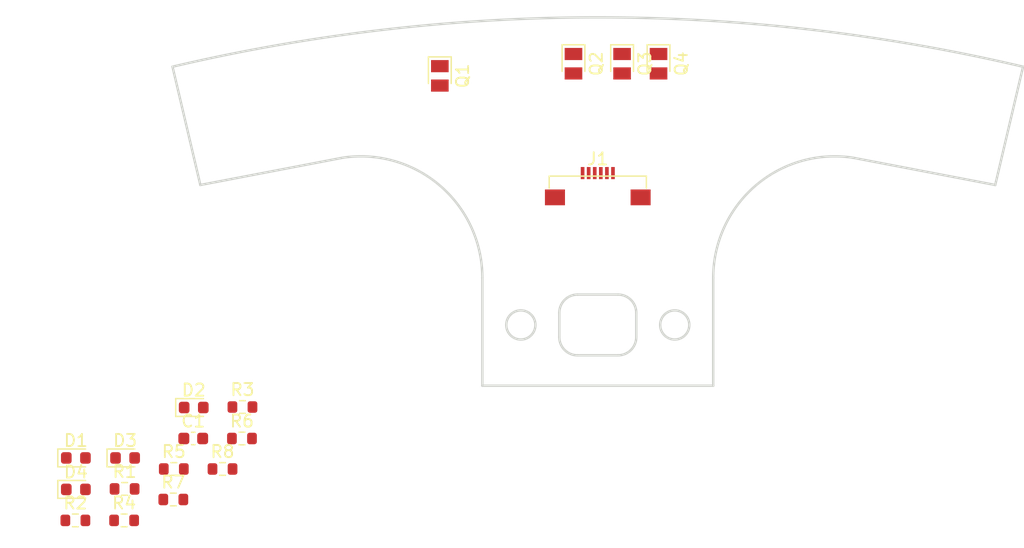
<source format=kicad_pcb>
(kicad_pcb (version 20171130) (host pcbnew "(5.1.10)-1")

  (general
    (thickness 1.6)
    (drawings 20)
    (tracks 0)
    (zones 0)
    (modules 18)
    (nets 11)
  )

  (page A4)
  (layers
    (0 F.Cu signal)
    (31 B.Cu signal)
    (32 B.Adhes user)
    (33 F.Adhes user)
    (34 B.Paste user)
    (35 F.Paste user)
    (36 B.SilkS user)
    (37 F.SilkS user)
    (38 B.Mask user)
    (39 F.Mask user)
    (40 Dwgs.User user)
    (41 Cmts.User user)
    (42 Eco1.User user)
    (43 Eco2.User user)
    (44 Edge.Cuts user)
    (45 Margin user)
    (46 B.CrtYd user)
    (47 F.CrtYd user)
    (48 B.Fab user)
    (49 F.Fab user)
  )

  (setup
    (last_trace_width 0.25)
    (trace_clearance 0.2)
    (zone_clearance 0.508)
    (zone_45_only no)
    (trace_min 0.2)
    (via_size 0.8)
    (via_drill 0.4)
    (via_min_size 0.4)
    (via_min_drill 0.3)
    (uvia_size 0.3)
    (uvia_drill 0.1)
    (uvias_allowed no)
    (uvia_min_size 0.2)
    (uvia_min_drill 0.1)
    (edge_width 0.05)
    (segment_width 0.2)
    (pcb_text_width 0.3)
    (pcb_text_size 1.5 1.5)
    (mod_edge_width 0.12)
    (mod_text_size 1 1)
    (mod_text_width 0.15)
    (pad_size 1.524 1.524)
    (pad_drill 0.762)
    (pad_to_mask_clearance 0)
    (aux_axis_origin 0 0)
    (visible_elements 7FFFFFFF)
    (pcbplotparams
      (layerselection 0x010fc_ffffffff)
      (usegerberextensions false)
      (usegerberattributes true)
      (usegerberadvancedattributes true)
      (creategerberjobfile true)
      (excludeedgelayer true)
      (linewidth 0.100000)
      (plotframeref false)
      (viasonmask false)
      (mode 1)
      (useauxorigin false)
      (hpglpennumber 1)
      (hpglpenspeed 20)
      (hpglpendiameter 15.000000)
      (psnegative false)
      (psa4output false)
      (plotreference true)
      (plotvalue true)
      (plotinvisibletext false)
      (padsonsilk false)
      (subtractmaskfromsilk false)
      (outputformat 1)
      (mirror false)
      (drillshape 1)
      (scaleselection 1)
      (outputdirectory ""))
  )

  (net 0 "")
  (net 1 +3V3)
  (net 2 GND)
  (net 3 "Net-(D1-Pad2)")
  (net 4 "Net-(D2-Pad2)")
  (net 5 "Net-(D3-Pad2)")
  (net 6 "Net-(D4-Pad2)")
  (net 7 "Net-(J1-Pad2)")
  (net 8 "Net-(J1-Pad3)")
  (net 9 "Net-(J1-Pad4)")
  (net 10 "Net-(J1-Pad5)")

  (net_class Default "This is the default net class."
    (clearance 0.2)
    (trace_width 0.25)
    (via_dia 0.8)
    (via_drill 0.4)
    (uvia_dia 0.3)
    (uvia_drill 0.1)
    (add_net +3V3)
    (add_net GND)
    (add_net "Net-(D1-Pad2)")
    (add_net "Net-(D2-Pad2)")
    (add_net "Net-(D3-Pad2)")
    (add_net "Net-(D4-Pad2)")
    (add_net "Net-(J1-Pad2)")
    (add_net "Net-(J1-Pad3)")
    (add_net "Net-(J1-Pad4)")
    (add_net "Net-(J1-Pad5)")
  )

  (module Capacitor_SMD:C_0603_1608Metric (layer F.Cu) (tedit 5F68FEEE) (tstamp 61F6FFF5)
    (at -33.294999 -118.154999)
    (descr "Capacitor SMD 0603 (1608 Metric), square (rectangular) end terminal, IPC_7351 nominal, (Body size source: IPC-SM-782 page 76, https://www.pcb-3d.com/wordpress/wp-content/uploads/ipc-sm-782a_amendment_1_and_2.pdf), generated with kicad-footprint-generator")
    (tags capacitor)
    (path /61F65727)
    (attr smd)
    (fp_text reference C1 (at 0 -1.43) (layer F.SilkS)
      (effects (font (size 1 1) (thickness 0.15)))
    )
    (fp_text value 0.1u (at 0 1.43) (layer F.Fab)
      (effects (font (size 1 1) (thickness 0.15)))
    )
    (fp_line (start -0.8 0.4) (end -0.8 -0.4) (layer F.Fab) (width 0.1))
    (fp_line (start -0.8 -0.4) (end 0.8 -0.4) (layer F.Fab) (width 0.1))
    (fp_line (start 0.8 -0.4) (end 0.8 0.4) (layer F.Fab) (width 0.1))
    (fp_line (start 0.8 0.4) (end -0.8 0.4) (layer F.Fab) (width 0.1))
    (fp_line (start -0.14058 -0.51) (end 0.14058 -0.51) (layer F.SilkS) (width 0.12))
    (fp_line (start -0.14058 0.51) (end 0.14058 0.51) (layer F.SilkS) (width 0.12))
    (fp_line (start -1.48 0.73) (end -1.48 -0.73) (layer F.CrtYd) (width 0.05))
    (fp_line (start -1.48 -0.73) (end 1.48 -0.73) (layer F.CrtYd) (width 0.05))
    (fp_line (start 1.48 -0.73) (end 1.48 0.73) (layer F.CrtYd) (width 0.05))
    (fp_line (start 1.48 0.73) (end -1.48 0.73) (layer F.CrtYd) (width 0.05))
    (fp_text user %R (at 0 0) (layer F.Fab)
      (effects (font (size 0.4 0.4) (thickness 0.06)))
    )
    (pad 1 smd roundrect (at -0.775 0) (size 0.9 0.95) (layers F.Cu F.Paste F.Mask) (roundrect_rratio 0.25)
      (net 1 +3V3))
    (pad 2 smd roundrect (at 0.775 0) (size 0.9 0.95) (layers F.Cu F.Paste F.Mask) (roundrect_rratio 0.25)
      (net 2 GND))
    (model ${KISYS3DMOD}/Capacitor_SMD.3dshapes/C_0603_1608Metric.wrl
      (at (xyz 0 0 0))
      (scale (xyz 1 1 1))
      (rotate (xyz 0 0 0))
    )
  )

  (module Diode_SMD:D_0603_1608Metric (layer F.Cu) (tedit 5F68FEF0) (tstamp 61F6FE41)
    (at -42.954999 -116.554999)
    (descr "Diode SMD 0603 (1608 Metric), square (rectangular) end terminal, IPC_7351 nominal, (Body size source: http://www.tortai-tech.com/upload/download/2011102023233369053.pdf), generated with kicad-footprint-generator")
    (tags diode)
    (path /61F65672)
    (attr smd)
    (fp_text reference D1 (at 0 -1.43) (layer F.SilkS)
      (effects (font (size 1 1) (thickness 0.15)))
    )
    (fp_text value SIR19-21C/TR8 (at 0 1.43) (layer F.Fab)
      (effects (font (size 1 1) (thickness 0.15)))
    )
    (fp_line (start 1.48 0.73) (end -1.48 0.73) (layer F.CrtYd) (width 0.05))
    (fp_line (start 1.48 -0.73) (end 1.48 0.73) (layer F.CrtYd) (width 0.05))
    (fp_line (start -1.48 -0.73) (end 1.48 -0.73) (layer F.CrtYd) (width 0.05))
    (fp_line (start -1.48 0.73) (end -1.48 -0.73) (layer F.CrtYd) (width 0.05))
    (fp_line (start -1.485 0.735) (end 0.8 0.735) (layer F.SilkS) (width 0.12))
    (fp_line (start -1.485 -0.735) (end -1.485 0.735) (layer F.SilkS) (width 0.12))
    (fp_line (start 0.8 -0.735) (end -1.485 -0.735) (layer F.SilkS) (width 0.12))
    (fp_line (start 0.8 0.4) (end 0.8 -0.4) (layer F.Fab) (width 0.1))
    (fp_line (start -0.8 0.4) (end 0.8 0.4) (layer F.Fab) (width 0.1))
    (fp_line (start -0.8 -0.1) (end -0.8 0.4) (layer F.Fab) (width 0.1))
    (fp_line (start -0.5 -0.4) (end -0.8 -0.1) (layer F.Fab) (width 0.1))
    (fp_line (start 0.8 -0.4) (end -0.5 -0.4) (layer F.Fab) (width 0.1))
    (fp_text user %R (at 0 0) (layer F.Fab)
      (effects (font (size 0.4 0.4) (thickness 0.06)))
    )
    (pad 2 smd roundrect (at 0.7875 0) (size 0.875 0.95) (layers F.Cu F.Paste F.Mask) (roundrect_rratio 0.25)
      (net 3 "Net-(D1-Pad2)"))
    (pad 1 smd roundrect (at -0.7875 0) (size 0.875 0.95) (layers F.Cu F.Paste F.Mask) (roundrect_rratio 0.25)
      (net 2 GND))
    (model ${KISYS3DMOD}/Diode_SMD.3dshapes/D_0603_1608Metric.wrl
      (at (xyz 0 0 0))
      (scale (xyz 1 1 1))
      (rotate (xyz 0 0 0))
    )
  )

  (module Diode_SMD:D_0603_1608Metric (layer F.Cu) (tedit 5F68FEF0) (tstamp 61F6FE0B)
    (at -33.254999 -120.704999)
    (descr "Diode SMD 0603 (1608 Metric), square (rectangular) end terminal, IPC_7351 nominal, (Body size source: http://www.tortai-tech.com/upload/download/2011102023233369053.pdf), generated with kicad-footprint-generator")
    (tags diode)
    (path /61F6569A)
    (attr smd)
    (fp_text reference D2 (at 0 -1.43) (layer F.SilkS)
      (effects (font (size 1 1) (thickness 0.15)))
    )
    (fp_text value SIR19-21C/TR8 (at 0 1.43) (layer F.Fab)
      (effects (font (size 1 1) (thickness 0.15)))
    )
    (fp_line (start 0.8 -0.4) (end -0.5 -0.4) (layer F.Fab) (width 0.1))
    (fp_line (start -0.5 -0.4) (end -0.8 -0.1) (layer F.Fab) (width 0.1))
    (fp_line (start -0.8 -0.1) (end -0.8 0.4) (layer F.Fab) (width 0.1))
    (fp_line (start -0.8 0.4) (end 0.8 0.4) (layer F.Fab) (width 0.1))
    (fp_line (start 0.8 0.4) (end 0.8 -0.4) (layer F.Fab) (width 0.1))
    (fp_line (start 0.8 -0.735) (end -1.485 -0.735) (layer F.SilkS) (width 0.12))
    (fp_line (start -1.485 -0.735) (end -1.485 0.735) (layer F.SilkS) (width 0.12))
    (fp_line (start -1.485 0.735) (end 0.8 0.735) (layer F.SilkS) (width 0.12))
    (fp_line (start -1.48 0.73) (end -1.48 -0.73) (layer F.CrtYd) (width 0.05))
    (fp_line (start -1.48 -0.73) (end 1.48 -0.73) (layer F.CrtYd) (width 0.05))
    (fp_line (start 1.48 -0.73) (end 1.48 0.73) (layer F.CrtYd) (width 0.05))
    (fp_line (start 1.48 0.73) (end -1.48 0.73) (layer F.CrtYd) (width 0.05))
    (fp_text user %R (at 0 0) (layer F.Fab)
      (effects (font (size 0.4 0.4) (thickness 0.06)))
    )
    (pad 1 smd roundrect (at -0.7875 0) (size 0.875 0.95) (layers F.Cu F.Paste F.Mask) (roundrect_rratio 0.25)
      (net 2 GND))
    (pad 2 smd roundrect (at 0.7875 0) (size 0.875 0.95) (layers F.Cu F.Paste F.Mask) (roundrect_rratio 0.25)
      (net 4 "Net-(D2-Pad2)"))
    (model ${KISYS3DMOD}/Diode_SMD.3dshapes/D_0603_1608Metric.wrl
      (at (xyz 0 0 0))
      (scale (xyz 1 1 1))
      (rotate (xyz 0 0 0))
    )
  )

  (module Diode_SMD:D_0603_1608Metric (layer F.Cu) (tedit 5F68FEF0) (tstamp 61F70117)
    (at -38.904999 -116.554999)
    (descr "Diode SMD 0603 (1608 Metric), square (rectangular) end terminal, IPC_7351 nominal, (Body size source: http://www.tortai-tech.com/upload/download/2011102023233369053.pdf), generated with kicad-footprint-generator")
    (tags diode)
    (path /61F656C2)
    (attr smd)
    (fp_text reference D3 (at 0 -1.43) (layer F.SilkS)
      (effects (font (size 1 1) (thickness 0.15)))
    )
    (fp_text value SIR19-21C/TR8 (at 0 1.43) (layer F.Fab)
      (effects (font (size 1 1) (thickness 0.15)))
    )
    (fp_line (start 1.48 0.73) (end -1.48 0.73) (layer F.CrtYd) (width 0.05))
    (fp_line (start 1.48 -0.73) (end 1.48 0.73) (layer F.CrtYd) (width 0.05))
    (fp_line (start -1.48 -0.73) (end 1.48 -0.73) (layer F.CrtYd) (width 0.05))
    (fp_line (start -1.48 0.73) (end -1.48 -0.73) (layer F.CrtYd) (width 0.05))
    (fp_line (start -1.485 0.735) (end 0.8 0.735) (layer F.SilkS) (width 0.12))
    (fp_line (start -1.485 -0.735) (end -1.485 0.735) (layer F.SilkS) (width 0.12))
    (fp_line (start 0.8 -0.735) (end -1.485 -0.735) (layer F.SilkS) (width 0.12))
    (fp_line (start 0.8 0.4) (end 0.8 -0.4) (layer F.Fab) (width 0.1))
    (fp_line (start -0.8 0.4) (end 0.8 0.4) (layer F.Fab) (width 0.1))
    (fp_line (start -0.8 -0.1) (end -0.8 0.4) (layer F.Fab) (width 0.1))
    (fp_line (start -0.5 -0.4) (end -0.8 -0.1) (layer F.Fab) (width 0.1))
    (fp_line (start 0.8 -0.4) (end -0.5 -0.4) (layer F.Fab) (width 0.1))
    (fp_text user %R (at 0 0) (layer F.Fab)
      (effects (font (size 0.4 0.4) (thickness 0.06)))
    )
    (pad 2 smd roundrect (at 0.7875 0) (size 0.875 0.95) (layers F.Cu F.Paste F.Mask) (roundrect_rratio 0.25)
      (net 5 "Net-(D3-Pad2)"))
    (pad 1 smd roundrect (at -0.7875 0) (size 0.875 0.95) (layers F.Cu F.Paste F.Mask) (roundrect_rratio 0.25)
      (net 2 GND))
    (model ${KISYS3DMOD}/Diode_SMD.3dshapes/D_0603_1608Metric.wrl
      (at (xyz 0 0 0))
      (scale (xyz 1 1 1))
      (rotate (xyz 0 0 0))
    )
  )

  (module Diode_SMD:D_0603_1608Metric (layer F.Cu) (tedit 5F68FEF0) (tstamp 61F700E1)
    (at -42.954999 -113.964999)
    (descr "Diode SMD 0603 (1608 Metric), square (rectangular) end terminal, IPC_7351 nominal, (Body size source: http://www.tortai-tech.com/upload/download/2011102023233369053.pdf), generated with kicad-footprint-generator")
    (tags diode)
    (path /61F656EA)
    (attr smd)
    (fp_text reference D4 (at 0 -1.43) (layer F.SilkS)
      (effects (font (size 1 1) (thickness 0.15)))
    )
    (fp_text value SIR19-21C/TR8 (at 0 1.43) (layer F.Fab)
      (effects (font (size 1 1) (thickness 0.15)))
    )
    (fp_line (start 0.8 -0.4) (end -0.5 -0.4) (layer F.Fab) (width 0.1))
    (fp_line (start -0.5 -0.4) (end -0.8 -0.1) (layer F.Fab) (width 0.1))
    (fp_line (start -0.8 -0.1) (end -0.8 0.4) (layer F.Fab) (width 0.1))
    (fp_line (start -0.8 0.4) (end 0.8 0.4) (layer F.Fab) (width 0.1))
    (fp_line (start 0.8 0.4) (end 0.8 -0.4) (layer F.Fab) (width 0.1))
    (fp_line (start 0.8 -0.735) (end -1.485 -0.735) (layer F.SilkS) (width 0.12))
    (fp_line (start -1.485 -0.735) (end -1.485 0.735) (layer F.SilkS) (width 0.12))
    (fp_line (start -1.485 0.735) (end 0.8 0.735) (layer F.SilkS) (width 0.12))
    (fp_line (start -1.48 0.73) (end -1.48 -0.73) (layer F.CrtYd) (width 0.05))
    (fp_line (start -1.48 -0.73) (end 1.48 -0.73) (layer F.CrtYd) (width 0.05))
    (fp_line (start 1.48 -0.73) (end 1.48 0.73) (layer F.CrtYd) (width 0.05))
    (fp_line (start 1.48 0.73) (end -1.48 0.73) (layer F.CrtYd) (width 0.05))
    (fp_text user %R (at 0 0) (layer F.Fab)
      (effects (font (size 0.4 0.4) (thickness 0.06)))
    )
    (pad 1 smd roundrect (at -0.7875 0) (size 0.875 0.95) (layers F.Cu F.Paste F.Mask) (roundrect_rratio 0.25)
      (net 2 GND))
    (pad 2 smd roundrect (at 0.7875 0) (size 0.875 0.95) (layers F.Cu F.Paste F.Mask) (roundrect_rratio 0.25)
      (net 6 "Net-(D4-Pad2)"))
    (model ${KISYS3DMOD}/Diode_SMD.3dshapes/D_0603_1608Metric.wrl
      (at (xyz 0 0 0))
      (scale (xyz 1 1 1))
      (rotate (xyz 0 0 0))
    )
  )

  (module FFC:Molex_0545480671_01x06_P0.5mm (layer F.Cu) (tedit 61F598DA) (tstamp 61F70047)
    (at 0 -138)
    (path /61F6570C)
    (attr smd)
    (fp_text reference J1 (at 0 -3.16667) (layer F.SilkS)
      (effects (font (size 1 1) (thickness 0.15)))
    )
    (fp_text value FFC6 (at 0 1.583335) (layer F.Fab)
      (effects (font (size 1 1) (thickness 0.15)))
    )
    (fp_line (start 4 -0.75) (end 4 -1.75) (layer F.SilkS) (width 0.12))
    (fp_line (start 4 -1.75) (end -4 -1.75) (layer F.SilkS) (width 0.12))
    (fp_line (start -4 -1.75) (end -4 -0.75) (layer F.SilkS) (width 0.12))
    (pad MP smd rect (at -3.525 0) (size 1.65 1.3) (layers F.Cu F.Paste F.Mask))
    (pad MP smd rect (at 3.525 0) (size 1.65 1.3) (layers F.Cu F.Paste F.Mask))
    (pad 1 smd rect (at -1.25 -2 90) (size 1 0.3) (layers F.Cu F.Paste F.Mask)
      (net 2 GND))
    (pad 2 smd rect (at -0.75 -2 90) (size 1 0.3) (layers F.Cu F.Paste F.Mask)
      (net 7 "Net-(J1-Pad2)"))
    (pad 3 smd rect (at -0.25 -2 90) (size 1 0.3) (layers F.Cu F.Paste F.Mask)
      (net 8 "Net-(J1-Pad3)"))
    (pad 4 smd rect (at 0.25 -2 90) (size 1 0.3) (layers F.Cu F.Paste F.Mask)
      (net 9 "Net-(J1-Pad4)"))
    (pad 5 smd rect (at 0.75 -2 90) (size 1 0.3) (layers F.Cu F.Paste F.Mask)
      (net 10 "Net-(J1-Pad5)"))
    (pad 6 smd rect (at 1.25 -2 90) (size 1 0.3) (layers F.Cu F.Paste F.Mask)
      (net 1 +3V3))
  )

  (module TEMT7100X01:TEMT7100X01 (layer F.Cu) (tedit 61E142E7) (tstamp 61F70021)
    (at -13 -148 90)
    (path /61F6566C)
    (attr smd)
    (fp_text reference Q1 (at 0 1.875 90) (layer F.SilkS)
      (effects (font (size 1 1) (thickness 0.15)))
    )
    (fp_text value TEMT7100X01 (at 0 -1.875 90) (layer F.Fab)
      (effects (font (size 1 1) (thickness 0.15)))
    )
    (fp_line (start 0.82 -0.625) (end -0.82 -0.625) (layer F.CrtYd) (width 0.12))
    (fp_line (start 0.82 0.625) (end 0.82 -0.625) (layer F.CrtYd) (width 0.12))
    (fp_line (start -0.82 0.625) (end 0.82 0.625) (layer F.CrtYd) (width 0.12))
    (fp_line (start -0.82 -0.625) (end -0.82 0.625) (layer F.CrtYd) (width 0.12))
    (fp_line (start -0.625 -0.9375) (end 1.5625 -0.9375) (layer F.SilkS) (width 0.12))
    (fp_line (start 1.5625 -0.9375) (end 1.5625 0.9375) (layer F.SilkS) (width 0.12))
    (fp_line (start 1.5625 0.9375) (end -0.625 0.9375) (layer F.SilkS) (width 0.12))
    (pad 2 smd rect (at 0.8 0 90) (size 1 1.45) (layers F.Cu F.Paste F.Mask)
      (net 2 GND))
    (pad 1 smd rect (at -0.8 0 90) (size 1 1.45) (layers F.Cu F.Paste F.Mask)
      (net 7 "Net-(J1-Pad2)"))
    (model ${GITLOCAL}/module/packages3d/TEMT7100X01.3dshapes/TEMT7100X01.step
      (at (xyz 0 0 0))
      (scale (xyz 1 1 1))
      (rotate (xyz 0 0 0))
    )
  )

  (module TEMT7100X01:TEMT7100X01 (layer F.Cu) (tedit 61E142E7) (tstamp 61F700B7)
    (at -2 -149 90)
    (path /61F65694)
    (attr smd)
    (fp_text reference Q2 (at 0 1.875 90) (layer F.SilkS)
      (effects (font (size 1 1) (thickness 0.15)))
    )
    (fp_text value TEMT7100X01 (at 0 -1.875 90) (layer F.Fab)
      (effects (font (size 1 1) (thickness 0.15)))
    )
    (fp_line (start 1.5625 0.9375) (end -0.625 0.9375) (layer F.SilkS) (width 0.12))
    (fp_line (start 1.5625 -0.9375) (end 1.5625 0.9375) (layer F.SilkS) (width 0.12))
    (fp_line (start -0.625 -0.9375) (end 1.5625 -0.9375) (layer F.SilkS) (width 0.12))
    (fp_line (start -0.82 -0.625) (end -0.82 0.625) (layer F.CrtYd) (width 0.12))
    (fp_line (start -0.82 0.625) (end 0.82 0.625) (layer F.CrtYd) (width 0.12))
    (fp_line (start 0.82 0.625) (end 0.82 -0.625) (layer F.CrtYd) (width 0.12))
    (fp_line (start 0.82 -0.625) (end -0.82 -0.625) (layer F.CrtYd) (width 0.12))
    (pad 1 smd rect (at -0.8 0 90) (size 1 1.45) (layers F.Cu F.Paste F.Mask)
      (net 8 "Net-(J1-Pad3)"))
    (pad 2 smd rect (at 0.8 0 90) (size 1 1.45) (layers F.Cu F.Paste F.Mask)
      (net 2 GND))
    (model ${GITLOCAL}/module/packages3d/TEMT7100X01.3dshapes/TEMT7100X01.step
      (at (xyz 0 0 0))
      (scale (xyz 1 1 1))
      (rotate (xyz 0 0 0))
    )
  )

  (module TEMT7100X01:TEMT7100X01 (layer F.Cu) (tedit 61E142E7) (tstamp 61F70093)
    (at 2 -149 90)
    (path /61F656BC)
    (attr smd)
    (fp_text reference Q3 (at 0 1.875 90) (layer F.SilkS)
      (effects (font (size 1 1) (thickness 0.15)))
    )
    (fp_text value TEMT7100X01 (at 0 -1.875 90) (layer F.Fab)
      (effects (font (size 1 1) (thickness 0.15)))
    )
    (fp_line (start 0.82 -0.625) (end -0.82 -0.625) (layer F.CrtYd) (width 0.12))
    (fp_line (start 0.82 0.625) (end 0.82 -0.625) (layer F.CrtYd) (width 0.12))
    (fp_line (start -0.82 0.625) (end 0.82 0.625) (layer F.CrtYd) (width 0.12))
    (fp_line (start -0.82 -0.625) (end -0.82 0.625) (layer F.CrtYd) (width 0.12))
    (fp_line (start -0.625 -0.9375) (end 1.5625 -0.9375) (layer F.SilkS) (width 0.12))
    (fp_line (start 1.5625 -0.9375) (end 1.5625 0.9375) (layer F.SilkS) (width 0.12))
    (fp_line (start 1.5625 0.9375) (end -0.625 0.9375) (layer F.SilkS) (width 0.12))
    (pad 2 smd rect (at 0.8 0 90) (size 1 1.45) (layers F.Cu F.Paste F.Mask)
      (net 2 GND))
    (pad 1 smd rect (at -0.8 0 90) (size 1 1.45) (layers F.Cu F.Paste F.Mask)
      (net 9 "Net-(J1-Pad4)"))
    (model ${GITLOCAL}/module/packages3d/TEMT7100X01.3dshapes/TEMT7100X01.step
      (at (xyz 0 0 0))
      (scale (xyz 1 1 1))
      (rotate (xyz 0 0 0))
    )
  )

  (module TEMT7100X01:TEMT7100X01 (layer F.Cu) (tedit 61E142E7) (tstamp 61F7006F)
    (at 5 -149 90)
    (path /61F656E4)
    (attr smd)
    (fp_text reference Q4 (at 0 1.875 90) (layer F.SilkS)
      (effects (font (size 1 1) (thickness 0.15)))
    )
    (fp_text value TEMT7100X01 (at 0 -1.875 90) (layer F.Fab)
      (effects (font (size 1 1) (thickness 0.15)))
    )
    (fp_line (start 1.5625 0.9375) (end -0.625 0.9375) (layer F.SilkS) (width 0.12))
    (fp_line (start 1.5625 -0.9375) (end 1.5625 0.9375) (layer F.SilkS) (width 0.12))
    (fp_line (start -0.625 -0.9375) (end 1.5625 -0.9375) (layer F.SilkS) (width 0.12))
    (fp_line (start -0.82 -0.625) (end -0.82 0.625) (layer F.CrtYd) (width 0.12))
    (fp_line (start -0.82 0.625) (end 0.82 0.625) (layer F.CrtYd) (width 0.12))
    (fp_line (start 0.82 0.625) (end 0.82 -0.625) (layer F.CrtYd) (width 0.12))
    (fp_line (start 0.82 -0.625) (end -0.82 -0.625) (layer F.CrtYd) (width 0.12))
    (pad 1 smd rect (at -0.8 0 90) (size 1 1.45) (layers F.Cu F.Paste F.Mask)
      (net 10 "Net-(J1-Pad5)"))
    (pad 2 smd rect (at 0.8 0 90) (size 1 1.45) (layers F.Cu F.Paste F.Mask)
      (net 2 GND))
    (model ${GITLOCAL}/module/packages3d/TEMT7100X01.3dshapes/TEMT7100X01.step
      (at (xyz 0 0 0))
      (scale (xyz 1 1 1))
      (rotate (xyz 0 0 0))
    )
  )

  (module Resistor_SMD:R_0603_1608Metric (layer F.Cu) (tedit 5F68FEEE) (tstamp 61F6FF05)
    (at -38.944999 -114.004999)
    (descr "Resistor SMD 0603 (1608 Metric), square (rectangular) end terminal, IPC_7351 nominal, (Body size source: IPC-SM-782 page 72, https://www.pcb-3d.com/wordpress/wp-content/uploads/ipc-sm-782a_amendment_1_and_2.pdf), generated with kicad-footprint-generator")
    (tags resistor)
    (path /61F6573B)
    (attr smd)
    (fp_text reference R1 (at 0 -1.43) (layer F.SilkS)
      (effects (font (size 1 1) (thickness 0.15)))
    )
    (fp_text value 10k (at 0 1.43) (layer F.Fab)
      (effects (font (size 1 1) (thickness 0.15)))
    )
    (fp_line (start 1.48 0.73) (end -1.48 0.73) (layer F.CrtYd) (width 0.05))
    (fp_line (start 1.48 -0.73) (end 1.48 0.73) (layer F.CrtYd) (width 0.05))
    (fp_line (start -1.48 -0.73) (end 1.48 -0.73) (layer F.CrtYd) (width 0.05))
    (fp_line (start -1.48 0.73) (end -1.48 -0.73) (layer F.CrtYd) (width 0.05))
    (fp_line (start -0.237258 0.5225) (end 0.237258 0.5225) (layer F.SilkS) (width 0.12))
    (fp_line (start -0.237258 -0.5225) (end 0.237258 -0.5225) (layer F.SilkS) (width 0.12))
    (fp_line (start 0.8 0.4125) (end -0.8 0.4125) (layer F.Fab) (width 0.1))
    (fp_line (start 0.8 -0.4125) (end 0.8 0.4125) (layer F.Fab) (width 0.1))
    (fp_line (start -0.8 -0.4125) (end 0.8 -0.4125) (layer F.Fab) (width 0.1))
    (fp_line (start -0.8 0.4125) (end -0.8 -0.4125) (layer F.Fab) (width 0.1))
    (fp_text user %R (at 0 0) (layer F.Fab)
      (effects (font (size 0.4 0.4) (thickness 0.06)))
    )
    (pad 2 smd roundrect (at 0.825 0) (size 0.8 0.95) (layers F.Cu F.Paste F.Mask) (roundrect_rratio 0.25)
      (net 7 "Net-(J1-Pad2)"))
    (pad 1 smd roundrect (at -0.825 0) (size 0.8 0.95) (layers F.Cu F.Paste F.Mask) (roundrect_rratio 0.25)
      (net 1 +3V3))
    (model ${KISYS3DMOD}/Resistor_SMD.3dshapes/R_0603_1608Metric.wrl
      (at (xyz 0 0 0))
      (scale (xyz 1 1 1))
      (rotate (xyz 0 0 0))
    )
  )

  (module Resistor_SMD:R_0603_1608Metric (layer F.Cu) (tedit 5F68FEEE) (tstamp 61F6FED5)
    (at -42.994999 -111.414999)
    (descr "Resistor SMD 0603 (1608 Metric), square (rectangular) end terminal, IPC_7351 nominal, (Body size source: IPC-SM-782 page 72, https://www.pcb-3d.com/wordpress/wp-content/uploads/ipc-sm-782a_amendment_1_and_2.pdf), generated with kicad-footprint-generator")
    (tags resistor)
    (path /61F6574A)
    (attr smd)
    (fp_text reference R2 (at 0 -1.43) (layer F.SilkS)
      (effects (font (size 1 1) (thickness 0.15)))
    )
    (fp_text value 10k (at 0 1.43) (layer F.Fab)
      (effects (font (size 1 1) (thickness 0.15)))
    )
    (fp_line (start -0.8 0.4125) (end -0.8 -0.4125) (layer F.Fab) (width 0.1))
    (fp_line (start -0.8 -0.4125) (end 0.8 -0.4125) (layer F.Fab) (width 0.1))
    (fp_line (start 0.8 -0.4125) (end 0.8 0.4125) (layer F.Fab) (width 0.1))
    (fp_line (start 0.8 0.4125) (end -0.8 0.4125) (layer F.Fab) (width 0.1))
    (fp_line (start -0.237258 -0.5225) (end 0.237258 -0.5225) (layer F.SilkS) (width 0.12))
    (fp_line (start -0.237258 0.5225) (end 0.237258 0.5225) (layer F.SilkS) (width 0.12))
    (fp_line (start -1.48 0.73) (end -1.48 -0.73) (layer F.CrtYd) (width 0.05))
    (fp_line (start -1.48 -0.73) (end 1.48 -0.73) (layer F.CrtYd) (width 0.05))
    (fp_line (start 1.48 -0.73) (end 1.48 0.73) (layer F.CrtYd) (width 0.05))
    (fp_line (start 1.48 0.73) (end -1.48 0.73) (layer F.CrtYd) (width 0.05))
    (fp_text user %R (at 0 0) (layer F.Fab)
      (effects (font (size 0.4 0.4) (thickness 0.06)))
    )
    (pad 1 smd roundrect (at -0.825 0) (size 0.8 0.95) (layers F.Cu F.Paste F.Mask) (roundrect_rratio 0.25)
      (net 1 +3V3))
    (pad 2 smd roundrect (at 0.825 0) (size 0.8 0.95) (layers F.Cu F.Paste F.Mask) (roundrect_rratio 0.25)
      (net 8 "Net-(J1-Pad3)"))
    (model ${KISYS3DMOD}/Resistor_SMD.3dshapes/R_0603_1608Metric.wrl
      (at (xyz 0 0 0))
      (scale (xyz 1 1 1))
      (rotate (xyz 0 0 0))
    )
  )

  (module Resistor_SMD:R_0603_1608Metric (layer F.Cu) (tedit 5F68FEEE) (tstamp 61F6FFC5)
    (at -29.244999 -120.744999)
    (descr "Resistor SMD 0603 (1608 Metric), square (rectangular) end terminal, IPC_7351 nominal, (Body size source: IPC-SM-782 page 72, https://www.pcb-3d.com/wordpress/wp-content/uploads/ipc-sm-782a_amendment_1_and_2.pdf), generated with kicad-footprint-generator")
    (tags resistor)
    (path /61F65757)
    (attr smd)
    (fp_text reference R3 (at 0 -1.43) (layer F.SilkS)
      (effects (font (size 1 1) (thickness 0.15)))
    )
    (fp_text value 10k (at 0 1.43) (layer F.Fab)
      (effects (font (size 1 1) (thickness 0.15)))
    )
    (fp_line (start 1.48 0.73) (end -1.48 0.73) (layer F.CrtYd) (width 0.05))
    (fp_line (start 1.48 -0.73) (end 1.48 0.73) (layer F.CrtYd) (width 0.05))
    (fp_line (start -1.48 -0.73) (end 1.48 -0.73) (layer F.CrtYd) (width 0.05))
    (fp_line (start -1.48 0.73) (end -1.48 -0.73) (layer F.CrtYd) (width 0.05))
    (fp_line (start -0.237258 0.5225) (end 0.237258 0.5225) (layer F.SilkS) (width 0.12))
    (fp_line (start -0.237258 -0.5225) (end 0.237258 -0.5225) (layer F.SilkS) (width 0.12))
    (fp_line (start 0.8 0.4125) (end -0.8 0.4125) (layer F.Fab) (width 0.1))
    (fp_line (start 0.8 -0.4125) (end 0.8 0.4125) (layer F.Fab) (width 0.1))
    (fp_line (start -0.8 -0.4125) (end 0.8 -0.4125) (layer F.Fab) (width 0.1))
    (fp_line (start -0.8 0.4125) (end -0.8 -0.4125) (layer F.Fab) (width 0.1))
    (fp_text user %R (at 0 0) (layer F.Fab)
      (effects (font (size 0.4 0.4) (thickness 0.06)))
    )
    (pad 2 smd roundrect (at 0.825 0) (size 0.8 0.95) (layers F.Cu F.Paste F.Mask) (roundrect_rratio 0.25)
      (net 9 "Net-(J1-Pad4)"))
    (pad 1 smd roundrect (at -0.825 0) (size 0.8 0.95) (layers F.Cu F.Paste F.Mask) (roundrect_rratio 0.25)
      (net 1 +3V3))
    (model ${KISYS3DMOD}/Resistor_SMD.3dshapes/R_0603_1608Metric.wrl
      (at (xyz 0 0 0))
      (scale (xyz 1 1 1))
      (rotate (xyz 0 0 0))
    )
  )

  (module Resistor_SMD:R_0603_1608Metric (layer F.Cu) (tedit 5F68FEEE) (tstamp 61F6FF35)
    (at -38.984999 -111.414999)
    (descr "Resistor SMD 0603 (1608 Metric), square (rectangular) end terminal, IPC_7351 nominal, (Body size source: IPC-SM-782 page 72, https://www.pcb-3d.com/wordpress/wp-content/uploads/ipc-sm-782a_amendment_1_and_2.pdf), generated with kicad-footprint-generator")
    (tags resistor)
    (path /61F65764)
    (attr smd)
    (fp_text reference R4 (at 0 -1.43) (layer F.SilkS)
      (effects (font (size 1 1) (thickness 0.15)))
    )
    (fp_text value 10k (at 0 1.43) (layer F.Fab)
      (effects (font (size 1 1) (thickness 0.15)))
    )
    (fp_line (start -0.8 0.4125) (end -0.8 -0.4125) (layer F.Fab) (width 0.1))
    (fp_line (start -0.8 -0.4125) (end 0.8 -0.4125) (layer F.Fab) (width 0.1))
    (fp_line (start 0.8 -0.4125) (end 0.8 0.4125) (layer F.Fab) (width 0.1))
    (fp_line (start 0.8 0.4125) (end -0.8 0.4125) (layer F.Fab) (width 0.1))
    (fp_line (start -0.237258 -0.5225) (end 0.237258 -0.5225) (layer F.SilkS) (width 0.12))
    (fp_line (start -0.237258 0.5225) (end 0.237258 0.5225) (layer F.SilkS) (width 0.12))
    (fp_line (start -1.48 0.73) (end -1.48 -0.73) (layer F.CrtYd) (width 0.05))
    (fp_line (start -1.48 -0.73) (end 1.48 -0.73) (layer F.CrtYd) (width 0.05))
    (fp_line (start 1.48 -0.73) (end 1.48 0.73) (layer F.CrtYd) (width 0.05))
    (fp_line (start 1.48 0.73) (end -1.48 0.73) (layer F.CrtYd) (width 0.05))
    (fp_text user %R (at 0 0) (layer F.Fab)
      (effects (font (size 0.4 0.4) (thickness 0.06)))
    )
    (pad 1 smd roundrect (at -0.825 0) (size 0.8 0.95) (layers F.Cu F.Paste F.Mask) (roundrect_rratio 0.25)
      (net 1 +3V3))
    (pad 2 smd roundrect (at 0.825 0) (size 0.8 0.95) (layers F.Cu F.Paste F.Mask) (roundrect_rratio 0.25)
      (net 10 "Net-(J1-Pad5)"))
    (model ${KISYS3DMOD}/Resistor_SMD.3dshapes/R_0603_1608Metric.wrl
      (at (xyz 0 0 0))
      (scale (xyz 1 1 1))
      (rotate (xyz 0 0 0))
    )
  )

  (module Resistor_SMD:R_0603_1608Metric (layer F.Cu) (tedit 5F68FEEE) (tstamp 61F6FE75)
    (at -34.894999 -115.644999)
    (descr "Resistor SMD 0603 (1608 Metric), square (rectangular) end terminal, IPC_7351 nominal, (Body size source: IPC-SM-782 page 72, https://www.pcb-3d.com/wordpress/wp-content/uploads/ipc-sm-782a_amendment_1_and_2.pdf), generated with kicad-footprint-generator")
    (tags resistor)
    (path /61F6567E)
    (attr smd)
    (fp_text reference R5 (at 0 -1.43) (layer F.SilkS)
      (effects (font (size 1 1) (thickness 0.15)))
    )
    (fp_text value 100 (at 0 1.43) (layer F.Fab)
      (effects (font (size 1 1) (thickness 0.15)))
    )
    (fp_line (start 1.48 0.73) (end -1.48 0.73) (layer F.CrtYd) (width 0.05))
    (fp_line (start 1.48 -0.73) (end 1.48 0.73) (layer F.CrtYd) (width 0.05))
    (fp_line (start -1.48 -0.73) (end 1.48 -0.73) (layer F.CrtYd) (width 0.05))
    (fp_line (start -1.48 0.73) (end -1.48 -0.73) (layer F.CrtYd) (width 0.05))
    (fp_line (start -0.237258 0.5225) (end 0.237258 0.5225) (layer F.SilkS) (width 0.12))
    (fp_line (start -0.237258 -0.5225) (end 0.237258 -0.5225) (layer F.SilkS) (width 0.12))
    (fp_line (start 0.8 0.4125) (end -0.8 0.4125) (layer F.Fab) (width 0.1))
    (fp_line (start 0.8 -0.4125) (end 0.8 0.4125) (layer F.Fab) (width 0.1))
    (fp_line (start -0.8 -0.4125) (end 0.8 -0.4125) (layer F.Fab) (width 0.1))
    (fp_line (start -0.8 0.4125) (end -0.8 -0.4125) (layer F.Fab) (width 0.1))
    (fp_text user %R (at 0 0) (layer F.Fab)
      (effects (font (size 0.4 0.4) (thickness 0.06)))
    )
    (pad 2 smd roundrect (at 0.825 0) (size 0.8 0.95) (layers F.Cu F.Paste F.Mask) (roundrect_rratio 0.25)
      (net 3 "Net-(D1-Pad2)"))
    (pad 1 smd roundrect (at -0.825 0) (size 0.8 0.95) (layers F.Cu F.Paste F.Mask) (roundrect_rratio 0.25)
      (net 1 +3V3))
    (model ${KISYS3DMOD}/Resistor_SMD.3dshapes/R_0603_1608Metric.wrl
      (at (xyz 0 0 0))
      (scale (xyz 1 1 1))
      (rotate (xyz 0 0 0))
    )
  )

  (module Resistor_SMD:R_0603_1608Metric (layer F.Cu) (tedit 5F68FEEE) (tstamp 61F6FEA5)
    (at -29.284999 -118.154999)
    (descr "Resistor SMD 0603 (1608 Metric), square (rectangular) end terminal, IPC_7351 nominal, (Body size source: IPC-SM-782 page 72, https://www.pcb-3d.com/wordpress/wp-content/uploads/ipc-sm-782a_amendment_1_and_2.pdf), generated with kicad-footprint-generator")
    (tags resistor)
    (path /61F656A6)
    (attr smd)
    (fp_text reference R6 (at 0 -1.43) (layer F.SilkS)
      (effects (font (size 1 1) (thickness 0.15)))
    )
    (fp_text value 100 (at 0 1.43) (layer F.Fab)
      (effects (font (size 1 1) (thickness 0.15)))
    )
    (fp_line (start -0.8 0.4125) (end -0.8 -0.4125) (layer F.Fab) (width 0.1))
    (fp_line (start -0.8 -0.4125) (end 0.8 -0.4125) (layer F.Fab) (width 0.1))
    (fp_line (start 0.8 -0.4125) (end 0.8 0.4125) (layer F.Fab) (width 0.1))
    (fp_line (start 0.8 0.4125) (end -0.8 0.4125) (layer F.Fab) (width 0.1))
    (fp_line (start -0.237258 -0.5225) (end 0.237258 -0.5225) (layer F.SilkS) (width 0.12))
    (fp_line (start -0.237258 0.5225) (end 0.237258 0.5225) (layer F.SilkS) (width 0.12))
    (fp_line (start -1.48 0.73) (end -1.48 -0.73) (layer F.CrtYd) (width 0.05))
    (fp_line (start -1.48 -0.73) (end 1.48 -0.73) (layer F.CrtYd) (width 0.05))
    (fp_line (start 1.48 -0.73) (end 1.48 0.73) (layer F.CrtYd) (width 0.05))
    (fp_line (start 1.48 0.73) (end -1.48 0.73) (layer F.CrtYd) (width 0.05))
    (fp_text user %R (at 0 0) (layer F.Fab)
      (effects (font (size 0.4 0.4) (thickness 0.06)))
    )
    (pad 1 smd roundrect (at -0.825 0) (size 0.8 0.95) (layers F.Cu F.Paste F.Mask) (roundrect_rratio 0.25)
      (net 1 +3V3))
    (pad 2 smd roundrect (at 0.825 0) (size 0.8 0.95) (layers F.Cu F.Paste F.Mask) (roundrect_rratio 0.25)
      (net 4 "Net-(D2-Pad2)"))
    (model ${KISYS3DMOD}/Resistor_SMD.3dshapes/R_0603_1608Metric.wrl
      (at (xyz 0 0 0))
      (scale (xyz 1 1 1))
      (rotate (xyz 0 0 0))
    )
  )

  (module Resistor_SMD:R_0603_1608Metric (layer F.Cu) (tedit 5F68FEEE) (tstamp 61F6FF65)
    (at -34.934999 -113.134999)
    (descr "Resistor SMD 0603 (1608 Metric), square (rectangular) end terminal, IPC_7351 nominal, (Body size source: IPC-SM-782 page 72, https://www.pcb-3d.com/wordpress/wp-content/uploads/ipc-sm-782a_amendment_1_and_2.pdf), generated with kicad-footprint-generator")
    (tags resistor)
    (path /61F656CE)
    (attr smd)
    (fp_text reference R7 (at 0 -1.43) (layer F.SilkS)
      (effects (font (size 1 1) (thickness 0.15)))
    )
    (fp_text value 100 (at 0 1.43) (layer F.Fab)
      (effects (font (size 1 1) (thickness 0.15)))
    )
    (fp_line (start 1.48 0.73) (end -1.48 0.73) (layer F.CrtYd) (width 0.05))
    (fp_line (start 1.48 -0.73) (end 1.48 0.73) (layer F.CrtYd) (width 0.05))
    (fp_line (start -1.48 -0.73) (end 1.48 -0.73) (layer F.CrtYd) (width 0.05))
    (fp_line (start -1.48 0.73) (end -1.48 -0.73) (layer F.CrtYd) (width 0.05))
    (fp_line (start -0.237258 0.5225) (end 0.237258 0.5225) (layer F.SilkS) (width 0.12))
    (fp_line (start -0.237258 -0.5225) (end 0.237258 -0.5225) (layer F.SilkS) (width 0.12))
    (fp_line (start 0.8 0.4125) (end -0.8 0.4125) (layer F.Fab) (width 0.1))
    (fp_line (start 0.8 -0.4125) (end 0.8 0.4125) (layer F.Fab) (width 0.1))
    (fp_line (start -0.8 -0.4125) (end 0.8 -0.4125) (layer F.Fab) (width 0.1))
    (fp_line (start -0.8 0.4125) (end -0.8 -0.4125) (layer F.Fab) (width 0.1))
    (fp_text user %R (at 0 0) (layer F.Fab)
      (effects (font (size 0.4 0.4) (thickness 0.06)))
    )
    (pad 2 smd roundrect (at 0.825 0) (size 0.8 0.95) (layers F.Cu F.Paste F.Mask) (roundrect_rratio 0.25)
      (net 5 "Net-(D3-Pad2)"))
    (pad 1 smd roundrect (at -0.825 0) (size 0.8 0.95) (layers F.Cu F.Paste F.Mask) (roundrect_rratio 0.25)
      (net 1 +3V3))
    (model ${KISYS3DMOD}/Resistor_SMD.3dshapes/R_0603_1608Metric.wrl
      (at (xyz 0 0 0))
      (scale (xyz 1 1 1))
      (rotate (xyz 0 0 0))
    )
  )

  (module Resistor_SMD:R_0603_1608Metric (layer F.Cu) (tedit 5F68FEEE) (tstamp 61F6FF95)
    (at -30.884999 -115.644999)
    (descr "Resistor SMD 0603 (1608 Metric), square (rectangular) end terminal, IPC_7351 nominal, (Body size source: IPC-SM-782 page 72, https://www.pcb-3d.com/wordpress/wp-content/uploads/ipc-sm-782a_amendment_1_and_2.pdf), generated with kicad-footprint-generator")
    (tags resistor)
    (path /61F656F6)
    (attr smd)
    (fp_text reference R8 (at 0 -1.43) (layer F.SilkS)
      (effects (font (size 1 1) (thickness 0.15)))
    )
    (fp_text value 100 (at 0 1.43) (layer F.Fab)
      (effects (font (size 1 1) (thickness 0.15)))
    )
    (fp_line (start -0.8 0.4125) (end -0.8 -0.4125) (layer F.Fab) (width 0.1))
    (fp_line (start -0.8 -0.4125) (end 0.8 -0.4125) (layer F.Fab) (width 0.1))
    (fp_line (start 0.8 -0.4125) (end 0.8 0.4125) (layer F.Fab) (width 0.1))
    (fp_line (start 0.8 0.4125) (end -0.8 0.4125) (layer F.Fab) (width 0.1))
    (fp_line (start -0.237258 -0.5225) (end 0.237258 -0.5225) (layer F.SilkS) (width 0.12))
    (fp_line (start -0.237258 0.5225) (end 0.237258 0.5225) (layer F.SilkS) (width 0.12))
    (fp_line (start -1.48 0.73) (end -1.48 -0.73) (layer F.CrtYd) (width 0.05))
    (fp_line (start -1.48 -0.73) (end 1.48 -0.73) (layer F.CrtYd) (width 0.05))
    (fp_line (start 1.48 -0.73) (end 1.48 0.73) (layer F.CrtYd) (width 0.05))
    (fp_line (start 1.48 0.73) (end -1.48 0.73) (layer F.CrtYd) (width 0.05))
    (fp_text user %R (at 0 0) (layer F.Fab)
      (effects (font (size 0.4 0.4) (thickness 0.06)))
    )
    (pad 1 smd roundrect (at -0.825 0) (size 0.8 0.95) (layers F.Cu F.Paste F.Mask) (roundrect_rratio 0.25)
      (net 1 +3V3))
    (pad 2 smd roundrect (at 0.825 0) (size 0.8 0.95) (layers F.Cu F.Paste F.Mask) (roundrect_rratio 0.25)
      (net 6 "Net-(D4-Pad2)"))
    (model ${KISYS3DMOD}/Resistor_SMD.3dshapes/R_0603_1608Metric.wrl
      (at (xyz 0 0 0))
      (scale (xyz 1 1 1))
      (rotate (xyz 0 0 0))
    )
  )

  (gr_circle (center -6.333333 -127.5) (end -5.133333 -127.5) (layer Edge.Cuts) (width 0.2) (tstamp 61F70145))
  (gr_circle (center 6.333333 -127.5) (end 7.533333 -127.5) (layer Edge.Cuts) (width 0.2) (tstamp 61F70148))
  (gr_arc (start 1.666666 -126.5) (end 1.666666 -125) (angle -90) (layer Edge.Cuts) (width 0.2) (tstamp 61F7013F))
  (gr_line (start 3.166666 -128.5) (end 3.166666 -126.5) (layer Edge.Cuts) (width 0.2) (tstamp 61F70142))
  (gr_arc (start 1.666666 -128.5) (end 3.166666 -128.5) (angle -90) (layer Edge.Cuts) (width 0.2) (tstamp 61F7013C))
  (gr_line (start -1.666666 -130) (end 1.666666 -130) (layer Edge.Cuts) (width 0.2) (tstamp 61F70169))
  (gr_arc (start -1.666666 -128.5) (end -1.666666 -130) (angle -90) (layer Edge.Cuts) (width 0.2) (tstamp 61F70163))
  (gr_line (start -3.166666 -126.5) (end -3.166666 -128.5) (layer Edge.Cuts) (width 0.2) (tstamp 61F70175))
  (gr_arc (start -1.666666 -126.5) (end -3.166666 -126.5) (angle -90) (layer Edge.Cuts) (width 0.2) (tstamp 61F7016C))
  (gr_line (start 1.666666 -125) (end -1.666666 -125) (layer Edge.Cuts) (width 0.2) (tstamp 61F70172))
  (gr_line (start -9.5 -122.5) (end 9.499999 -122.5) (layer Edge.Cuts) (width 0.2) (tstamp 61F7016F))
  (gr_line (start -9.5 -131.377028) (end -9.5 -122.5) (layer Edge.Cuts) (width 0.2) (tstamp 61F70166))
  (gr_arc (start -19.5 -131.377028) (end -9.5 -131.377028) (angle -98.44264571) (layer Edge.Cuts) (width 0.2) (tstamp 61F7014B))
  (gr_line (start -32.709668 -139.020061) (end -20.968193 -141.268662) (layer Edge.Cuts) (width 0.2) (tstamp 61F7014E))
  (gr_line (start -34.999999 -148.754248) (end -32.709668 -139.020061) (layer Edge.Cuts) (width 0.2) (tstamp 61F70154))
  (gr_arc (start 0 0) (end 34.999999 -148.754248) (angle -26.48031023) (layer Edge.Cuts) (width 0.2) (tstamp 61F70151))
  (gr_line (start 32.709668 -139.020061) (end 34.999999 -148.754248) (layer Edge.Cuts) (width 0.2) (tstamp 61F70157))
  (gr_line (start 20.968193 -141.268662) (end 32.709668 -139.020061) (layer Edge.Cuts) (width 0.2) (tstamp 61F7015D))
  (gr_arc (start 19.499999 -131.377028) (end 20.968193 -141.268662) (angle -98.44264571) (layer Edge.Cuts) (width 0.2) (tstamp 61F70160))
  (gr_line (start 9.499999 -122.5) (end 9.499999 -131.377028) (layer Edge.Cuts) (width 0.2) (tstamp 61F7015A))

)

</source>
